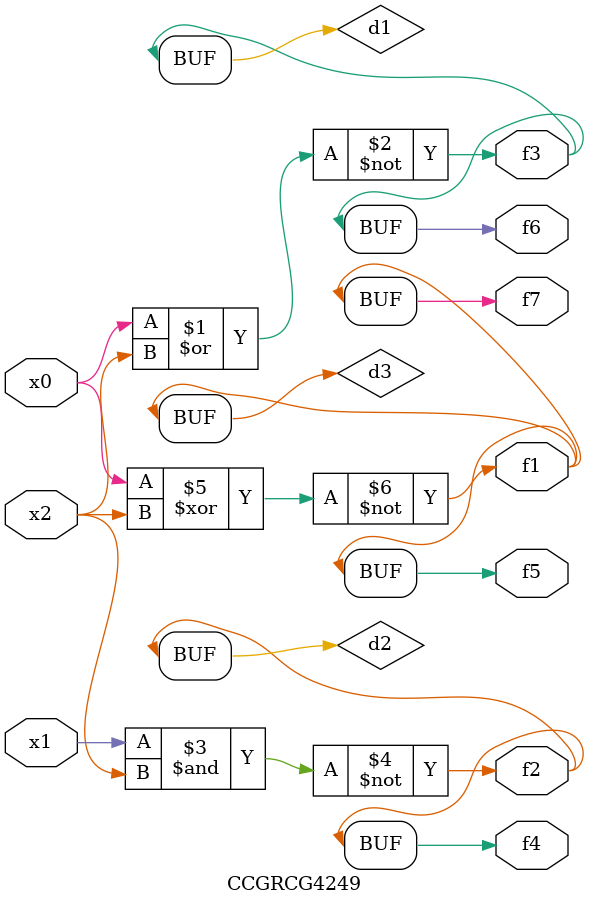
<source format=v>
module CCGRCG4249(
	input x0, x1, x2,
	output f1, f2, f3, f4, f5, f6, f7
);

	wire d1, d2, d3;

	nor (d1, x0, x2);
	nand (d2, x1, x2);
	xnor (d3, x0, x2);
	assign f1 = d3;
	assign f2 = d2;
	assign f3 = d1;
	assign f4 = d2;
	assign f5 = d3;
	assign f6 = d1;
	assign f7 = d3;
endmodule

</source>
